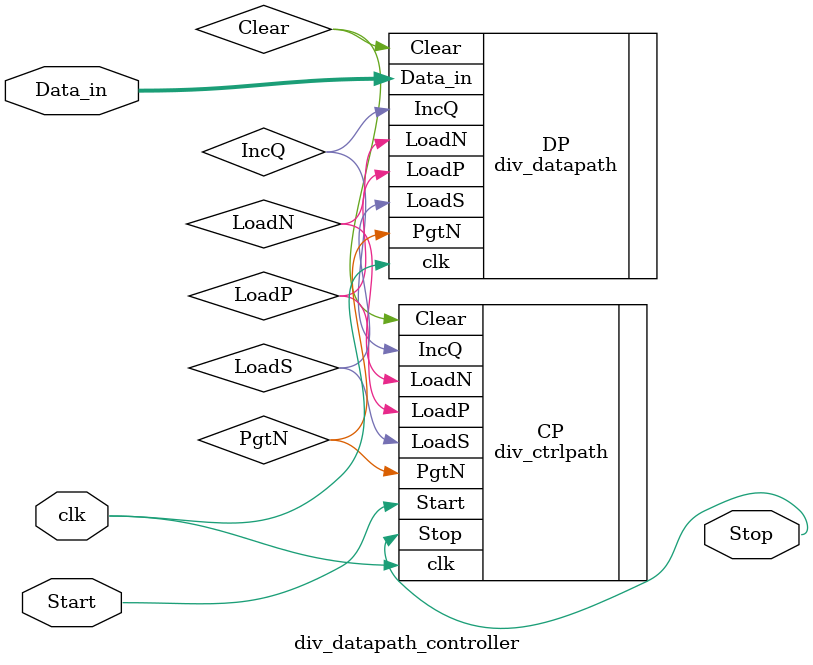
<source format=v>
module div_datapath_controller(
  input [15:0] Data_in,
  input clk,
  input Start,
  output Stop
);
  
  wire PgtN, LoadN, LoadS, LoadP, Clear, IncQ;
  
  div_datapath DP (.PgtN(PgtN), 
                   .LoadN(LoadN),
                   .LoadS(LoadS),
                   .LoadP(LoadP),
                   .Clear(Clear),
                   .IncQ(IncQ),
                   .Data_in(Data_in),
                   .clk(clk)
                  );
  
  div_ctrlpath CP (.PgtN(PgtN), 
                   .LoadN(LoadN),
                   .LoadS(LoadS),
                   .LoadP(LoadP),
                   .Clear(Clear),
                   .IncQ(IncQ),
                   .Start(Start),
                   .Stop(Stop),
                   .clk(clk)
                  );
  
endmodule
</source>
